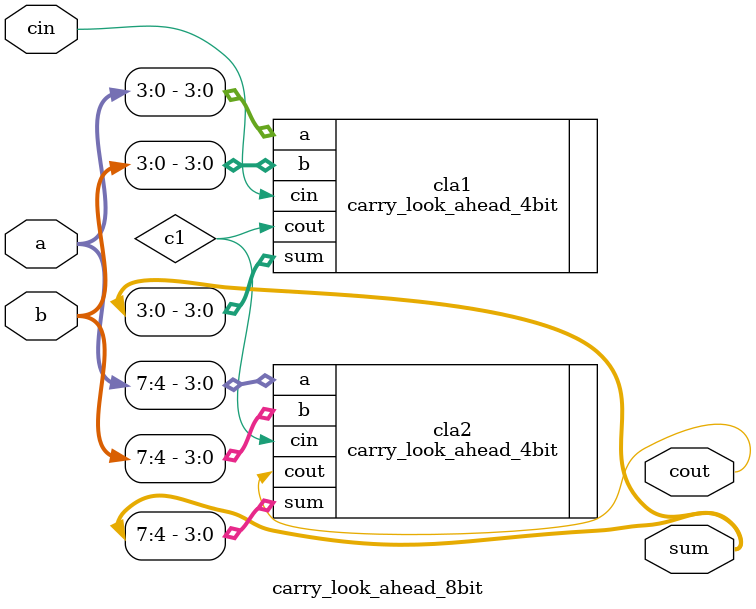
<source format=v>
`include "./A2Q1_carry_look_ahead_4bit.v"
module carry_look_ahead_8bit(a,b, cin, sum,cout);
input [7:0] a,b;
input cin;
output [7:0] sum;
output cout;
wire c1;
 
carry_look_ahead_4bit cla1 (.a(a[3:0]), .b(b[3:0]), .cin(cin), .sum(sum[3:0]), .cout(c1));
carry_look_ahead_4bit cla2 (.a(a[7:4]), .b(b[7:4]), .cin(c1), .sum(sum[7:4]), .cout(cout));
 
endmodule
</source>
